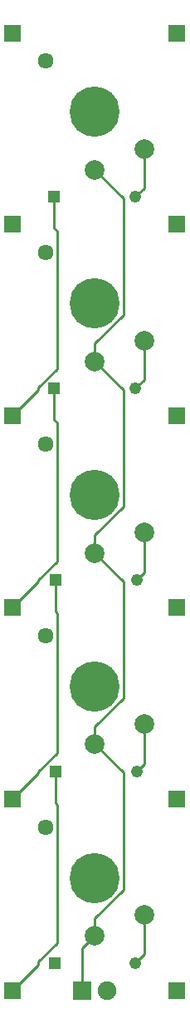
<source format=gtl>
G04*
G04 #@! TF.GenerationSoftware,Altium Limited,Altium Designer,20.2.4 (192)*
G04*
G04 Layer_Physical_Order=1*
G04 Layer_Color=255*
%FSLAX44Y44*%
%MOMM*%
G71*
G04*
G04 #@! TF.SameCoordinates,56F664F7-557E-4C23-82A4-073EF7048267*
G04*
G04*
G04 #@! TF.FilePolarity,Positive*
G04*
G01*
G75*
%ADD12C,0.2540*%
%ADD22R,1.7000X1.7000*%
%ADD23C,1.9000*%
%ADD24R,1.9000X1.9000*%
%ADD25R,1.2380X1.2380*%
%ADD26C,1.2380*%
%ADD27C,2.0000*%
%ADD28C,1.6100*%
%ADD29C,5.1000*%
D12*
X837731Y160911D02*
X856702Y179882D01*
X855090Y322227D02*
X856702Y320615D01*
X811530Y132080D02*
X837731Y158281D01*
X855090Y322227D02*
Y354584D01*
X856702Y179882D02*
Y320615D01*
X837731Y158281D02*
Y160911D01*
X856702Y373246D02*
Y515179D01*
X811530Y326644D02*
X837731Y352845D01*
X855090Y516791D02*
X856702Y515179D01*
X837731Y354275D02*
X856702Y373246D01*
X837731Y352845D02*
Y354275D01*
X855090Y516791D02*
Y549148D01*
X856702Y567810D02*
Y709108D01*
X811530Y521208D02*
X837731Y547409D01*
X853820Y711990D02*
X856702Y709108D01*
X837731Y548839D02*
X856702Y567810D01*
X853820Y711990D02*
Y743712D01*
X837731Y547409D02*
Y548839D01*
Y744673D02*
X856702Y763644D01*
Y903672D01*
X853820Y906554D02*
X856702Y903672D01*
X811530Y715772D02*
X837731Y741973D01*
X853820Y906554D02*
Y938276D01*
X837731Y741973D02*
Y744673D01*
X895350Y771072D02*
Y789340D01*
X924152Y818142D01*
Y936834D01*
X895350Y965636D02*
X924152Y936834D01*
X895350Y576508D02*
Y594776D01*
X924152Y623578D01*
Y742270D01*
X895350Y771072D02*
X924152Y742270D01*
X895350Y381944D02*
Y400212D01*
X924152Y429014D01*
Y547706D01*
X895350Y576508D02*
X924152Y547706D01*
X895350Y187380D02*
Y205648D01*
X924152Y234450D01*
Y353142D01*
X895350Y381944D02*
X924152Y353142D01*
X882580Y132080D02*
Y174610D01*
X895350Y187380D01*
X945350Y168560D02*
Y208380D01*
X936810Y160020D02*
X945350Y168560D01*
Y361924D02*
Y402944D01*
X938010Y354584D02*
X945350Y361924D01*
Y556488D02*
Y597508D01*
X938010Y549148D02*
X945350Y556488D01*
Y752322D02*
Y792072D01*
X936740Y743712D02*
X945350Y752322D01*
Y946886D02*
Y986636D01*
X936740Y938276D02*
X945350Y946886D01*
D22*
X811530Y132080D02*
D03*
X979170D02*
D03*
Y521208D02*
D03*
Y326644D02*
D03*
X811530Y715772D02*
D03*
X979170D02*
D03*
X811530Y326644D02*
D03*
Y521208D02*
D03*
X979170Y910336D02*
D03*
X811530D02*
D03*
X979170Y1104900D02*
D03*
X811530D02*
D03*
D23*
X907980Y132080D02*
D03*
D24*
X882580D02*
D03*
D25*
X853820Y743712D02*
D03*
X853890Y160020D02*
D03*
X853820Y938276D02*
D03*
X855090Y549148D02*
D03*
Y354584D02*
D03*
D26*
X936740Y743712D02*
D03*
X936810Y160020D02*
D03*
X936740Y938276D02*
D03*
X938010Y549148D02*
D03*
Y354584D02*
D03*
D27*
X945350Y792072D02*
D03*
X895350Y771072D02*
D03*
Y965636D02*
D03*
X945350Y986636D02*
D03*
X895350Y576508D02*
D03*
X945350Y597508D02*
D03*
Y402944D02*
D03*
X895350Y381944D02*
D03*
Y187380D02*
D03*
X945350Y208380D02*
D03*
D28*
X845350Y881572D02*
D03*
Y1076136D02*
D03*
Y687008D02*
D03*
Y492444D02*
D03*
Y297880D02*
D03*
D29*
X895350Y830072D02*
D03*
Y1024636D02*
D03*
Y635508D02*
D03*
Y440944D02*
D03*
Y246380D02*
D03*
M02*

</source>
